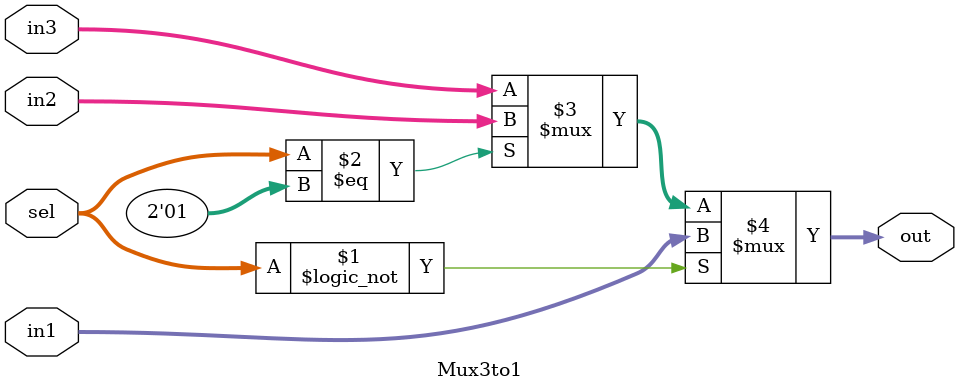
<source format=v>
module Mux3to1(in1,in2,in3,sel,out);
input wire[31:0] in1,in2,in3;
input wire[1:0] sel;
output wire[31:0] out;

assign out=(sel==2'b00)?in1:((sel==2'b01)?in2:in3);
endmodule
</source>
